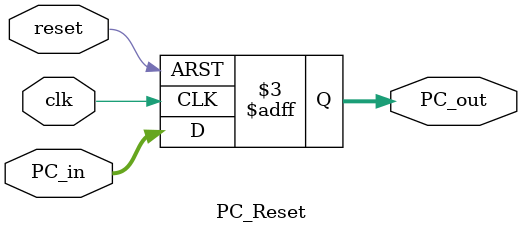
<source format=v>

module PC_Reset(
  input clk,reset,
  input [7:0] PC_in,
  output reg [7:0] PC_out);
  
  always@(posedge clk or negedge reset)
  begin
    if(reset == 0)
      PC_out <= 0;
    else
      PC_out <= PC_in;
  end
endmodule 

</source>
